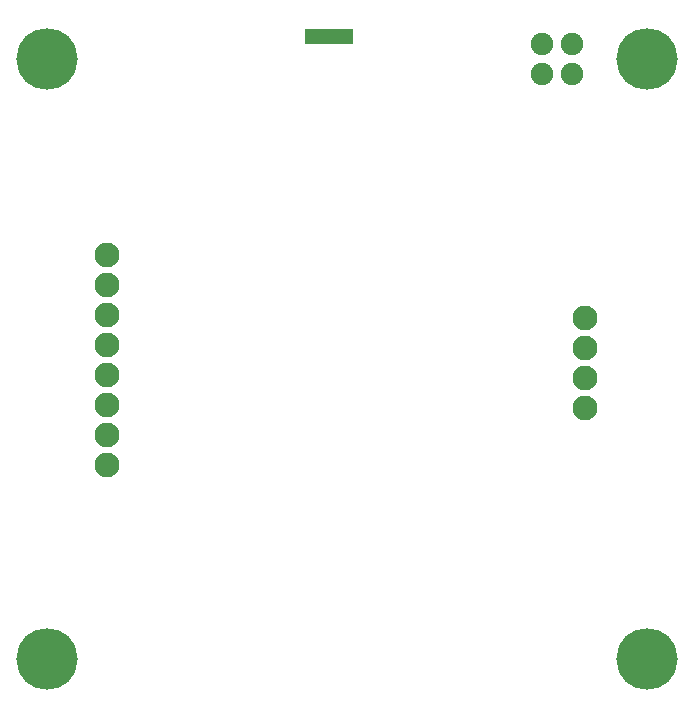
<source format=gbs>
G04 Layer: BottomSolderMaskLayer*
G04 Panelize: , Column: 2, Row: 2, Board Size: 58.42mm x 58.42mm, Panelized Board Size: 118.84mm x 118.84mm*
G04 EasyEDA v6.5.34, 2023-10-07 22:52:34*
G04 b7e43a5b2ceb43bf805b1727b84d9839,5a6b42c53f6a479593ecc07194224c93,10*
G04 Gerber Generator version 0.2*
G04 Scale: 100 percent, Rotated: No, Reflected: No *
G04 Dimensions in millimeters *
G04 leading zeros omitted , absolute positions ,4 integer and 5 decimal *
%FSLAX45Y45*%
%MOMM*%

%ADD10C,5.2032*%
%ADD11C,1.9016*%
%ADD12C,2.1016*%

%LPD*%
D10*
G01*
X381000Y5461000D03*
G01*
X5461000Y5461000D03*
G01*
X5461000Y381000D03*
G01*
X381000Y381000D03*
D11*
G01*
X4572000Y5588000D03*
G01*
X4572000Y5334000D03*
G01*
X4826000Y5334000D03*
G01*
X4826000Y5588000D03*
D12*
G01*
X4931206Y3020161D03*
G01*
X4931206Y2766161D03*
G01*
X4931206Y2512161D03*
G01*
X4931206Y3274161D03*
G01*
X885418Y3805097D03*
G01*
X885418Y3551097D03*
G01*
X885418Y3297097D03*
G01*
X885418Y3043097D03*
G01*
X885418Y2789097D03*
G01*
X885418Y2535097D03*
G01*
X885418Y2281097D03*
G01*
X885418Y2027097D03*
G36*
X2565400Y5715000D02*
G01*
X2971800Y5715000D01*
X2971800Y5588000D01*
X2565400Y5588000D01*
G37*
M02*

</source>
